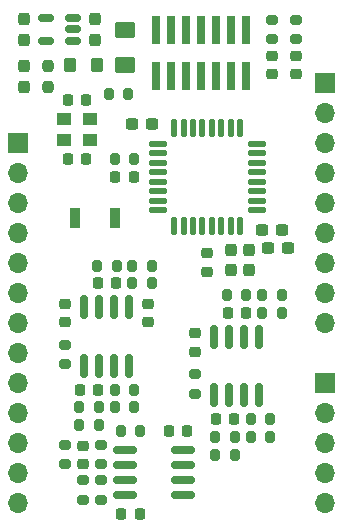
<source format=gbr>
%TF.GenerationSoftware,KiCad,Pcbnew,(6.0.9)*%
%TF.CreationDate,2023-01-29T17:21:33+01:00*%
%TF.ProjectId,witns_processing_board,7769746e-735f-4707-926f-63657373696e,rev?*%
%TF.SameCoordinates,Original*%
%TF.FileFunction,Soldermask,Top*%
%TF.FilePolarity,Negative*%
%FSLAX46Y46*%
G04 Gerber Fmt 4.6, Leading zero omitted, Abs format (unit mm)*
G04 Created by KiCad (PCBNEW (6.0.9)) date 2023-01-29 17:21:33*
%MOMM*%
%LPD*%
G01*
G04 APERTURE LIST*
G04 Aperture macros list*
%AMRoundRect*
0 Rectangle with rounded corners*
0 $1 Rounding radius*
0 $2 $3 $4 $5 $6 $7 $8 $9 X,Y pos of 4 corners*
0 Add a 4 corners polygon primitive as box body*
4,1,4,$2,$3,$4,$5,$6,$7,$8,$9,$2,$3,0*
0 Add four circle primitives for the rounded corners*
1,1,$1+$1,$2,$3*
1,1,$1+$1,$4,$5*
1,1,$1+$1,$6,$7*
1,1,$1+$1,$8,$9*
0 Add four rect primitives between the rounded corners*
20,1,$1+$1,$2,$3,$4,$5,0*
20,1,$1+$1,$4,$5,$6,$7,0*
20,1,$1+$1,$6,$7,$8,$9,0*
20,1,$1+$1,$8,$9,$2,$3,0*%
G04 Aperture macros list end*
%ADD10RoundRect,0.200000X0.200000X0.275000X-0.200000X0.275000X-0.200000X-0.275000X0.200000X-0.275000X0*%
%ADD11RoundRect,0.150000X-0.825000X-0.150000X0.825000X-0.150000X0.825000X0.150000X-0.825000X0.150000X0*%
%ADD12RoundRect,0.200000X0.275000X-0.200000X0.275000X0.200000X-0.275000X0.200000X-0.275000X-0.200000X0*%
%ADD13RoundRect,0.218750X-0.256250X0.218750X-0.256250X-0.218750X0.256250X-0.218750X0.256250X0.218750X0*%
%ADD14RoundRect,0.200000X-0.275000X0.200000X-0.275000X-0.200000X0.275000X-0.200000X0.275000X0.200000X0*%
%ADD15RoundRect,0.125000X-0.625000X-0.125000X0.625000X-0.125000X0.625000X0.125000X-0.625000X0.125000X0*%
%ADD16RoundRect,0.125000X-0.125000X-0.625000X0.125000X-0.625000X0.125000X0.625000X-0.125000X0.625000X0*%
%ADD17RoundRect,0.150000X0.150000X-0.825000X0.150000X0.825000X-0.150000X0.825000X-0.150000X-0.825000X0*%
%ADD18RoundRect,0.225000X0.225000X0.250000X-0.225000X0.250000X-0.225000X-0.250000X0.225000X-0.250000X0*%
%ADD19RoundRect,0.237500X0.237500X-0.300000X0.237500X0.300000X-0.237500X0.300000X-0.237500X-0.300000X0*%
%ADD20RoundRect,0.225000X-0.225000X-0.250000X0.225000X-0.250000X0.225000X0.250000X-0.225000X0.250000X0*%
%ADD21RoundRect,0.237500X-0.237500X0.300000X-0.237500X-0.300000X0.237500X-0.300000X0.237500X0.300000X0*%
%ADD22RoundRect,0.237500X0.300000X0.237500X-0.300000X0.237500X-0.300000X-0.237500X0.300000X-0.237500X0*%
%ADD23RoundRect,0.225000X0.250000X-0.225000X0.250000X0.225000X-0.250000X0.225000X-0.250000X-0.225000X0*%
%ADD24RoundRect,0.150000X0.512500X0.150000X-0.512500X0.150000X-0.512500X-0.150000X0.512500X-0.150000X0*%
%ADD25R,0.900000X1.700000*%
%ADD26R,0.740000X2.400000*%
%ADD27RoundRect,0.200000X-0.200000X-0.275000X0.200000X-0.275000X0.200000X0.275000X-0.200000X0.275000X0*%
%ADD28RoundRect,0.237500X0.237500X-0.287500X0.237500X0.287500X-0.237500X0.287500X-0.237500X-0.287500X0*%
%ADD29R,1.300000X1.000000*%
%ADD30RoundRect,0.237500X0.237500X-0.250000X0.237500X0.250000X-0.237500X0.250000X-0.237500X-0.250000X0*%
%ADD31RoundRect,0.250000X0.275000X0.350000X-0.275000X0.350000X-0.275000X-0.350000X0.275000X-0.350000X0*%
%ADD32RoundRect,0.237500X-0.300000X-0.237500X0.300000X-0.237500X0.300000X0.237500X-0.300000X0.237500X0*%
%ADD33RoundRect,0.250001X-0.624999X0.462499X-0.624999X-0.462499X0.624999X-0.462499X0.624999X0.462499X0*%
%ADD34R,1.700000X1.700000*%
%ADD35O,1.700000X1.700000*%
G04 APERTURE END LIST*
D10*
%TO.C,R310*%
X59325000Y-118000000D03*
X57675000Y-118000000D03*
%TD*%
D11*
%TO.C,U303*%
X46025000Y-131095000D03*
X46025000Y-132365000D03*
X46025000Y-133635000D03*
X46025000Y-134905000D03*
X50975000Y-134905000D03*
X50975000Y-133635000D03*
X50975000Y-132365000D03*
X50975000Y-131095000D03*
%TD*%
D12*
%TO.C,R319*%
X44000000Y-135325000D03*
X44000000Y-133675000D03*
%TD*%
D13*
%TO.C,D202*%
X58500000Y-97712500D03*
X58500000Y-99287500D03*
%TD*%
D14*
%TO.C,R317*%
X41000000Y-130675000D03*
X41000000Y-132325000D03*
%TD*%
D15*
%TO.C,U201*%
X48825000Y-105200000D03*
X48825000Y-106000000D03*
X48825000Y-106800000D03*
X48825000Y-107600000D03*
X48825000Y-108400000D03*
X48825000Y-109200000D03*
X48825000Y-110000000D03*
X48825000Y-110800000D03*
D16*
X50200000Y-112175000D03*
X51000000Y-112175000D03*
X51800000Y-112175000D03*
X52600000Y-112175000D03*
X53400000Y-112175000D03*
X54200000Y-112175000D03*
X55000000Y-112175000D03*
X55800000Y-112175000D03*
D15*
X57175000Y-110800000D03*
X57175000Y-110000000D03*
X57175000Y-109200000D03*
X57175000Y-108400000D03*
X57175000Y-107600000D03*
X57175000Y-106800000D03*
X57175000Y-106000000D03*
X57175000Y-105200000D03*
D16*
X55800000Y-103825000D03*
X55000000Y-103825000D03*
X54200000Y-103825000D03*
X53400000Y-103825000D03*
X52600000Y-103825000D03*
X51800000Y-103825000D03*
X51000000Y-103825000D03*
X50200000Y-103825000D03*
%TD*%
D17*
%TO.C,U302*%
X53595000Y-126475000D03*
X54865000Y-126475000D03*
X56135000Y-126475000D03*
X57405000Y-126475000D03*
X57405000Y-121525000D03*
X56135000Y-121525000D03*
X54865000Y-121525000D03*
X53595000Y-121525000D03*
%TD*%
D10*
%TO.C,R316*%
X55325000Y-130000000D03*
X53675000Y-130000000D03*
%TD*%
%TO.C,R313*%
X59325000Y-119500000D03*
X57675000Y-119500000D03*
%TD*%
D12*
%TO.C,R318*%
X42500000Y-135325000D03*
X42500000Y-133675000D03*
%TD*%
D18*
%TO.C,C306*%
X56275000Y-119500000D03*
X54725000Y-119500000D03*
%TD*%
D10*
%TO.C,R307*%
X45325000Y-115500000D03*
X43675000Y-115500000D03*
%TD*%
D18*
%TO.C,C203*%
X42775000Y-106500000D03*
X41225000Y-106500000D03*
%TD*%
D12*
%TO.C,R301*%
X41000000Y-123825000D03*
X41000000Y-122175000D03*
%TD*%
D13*
%TO.C,L201*%
X53000000Y-114462500D03*
X53000000Y-116037500D03*
%TD*%
D12*
%TO.C,R320*%
X44000000Y-132325000D03*
X44000000Y-130675000D03*
%TD*%
D18*
%TO.C,C301*%
X45275000Y-117000000D03*
X43725000Y-117000000D03*
%TD*%
D10*
%TO.C,R308*%
X43825000Y-127500000D03*
X42175000Y-127500000D03*
%TD*%
D19*
%TO.C,C401*%
X43500000Y-96362500D03*
X43500000Y-94637500D03*
%TD*%
D10*
%TO.C,R312*%
X58325000Y-130000000D03*
X56675000Y-130000000D03*
%TD*%
D18*
%TO.C,C307*%
X55275000Y-128500000D03*
X53725000Y-128500000D03*
%TD*%
D20*
%TO.C,C202*%
X41225000Y-101500000D03*
X42775000Y-101500000D03*
%TD*%
D18*
%TO.C,C303*%
X43775000Y-126000000D03*
X42225000Y-126000000D03*
%TD*%
D12*
%TO.C,R309*%
X52000000Y-126325000D03*
X52000000Y-124675000D03*
%TD*%
D19*
%TO.C,C402*%
X37500000Y-96362500D03*
X37500000Y-94637500D03*
%TD*%
D21*
%TO.C,C207*%
X56500000Y-114137500D03*
X56500000Y-115862500D03*
%TD*%
D12*
%TO.C,R202*%
X58500000Y-96325000D03*
X58500000Y-94675000D03*
%TD*%
D22*
%TO.C,C206*%
X59362500Y-112500000D03*
X57637500Y-112500000D03*
%TD*%
D17*
%TO.C,U301*%
X42595000Y-123975000D03*
X43865000Y-123975000D03*
X45135000Y-123975000D03*
X46405000Y-123975000D03*
X46405000Y-119025000D03*
X45135000Y-119025000D03*
X43865000Y-119025000D03*
X42595000Y-119025000D03*
%TD*%
D23*
%TO.C,C302*%
X48000000Y-120275000D03*
X48000000Y-118725000D03*
%TD*%
D20*
%TO.C,C308*%
X49725000Y-129500000D03*
X51275000Y-129500000D03*
%TD*%
D23*
%TO.C,C310*%
X42500000Y-132275000D03*
X42500000Y-130725000D03*
%TD*%
D10*
%TO.C,R304*%
X46825000Y-127500000D03*
X45175000Y-127500000D03*
%TD*%
D20*
%TO.C,C309*%
X45725000Y-136500000D03*
X47275000Y-136500000D03*
%TD*%
D24*
%TO.C,U401*%
X41637500Y-96450000D03*
X41637500Y-95500000D03*
X41637500Y-94550000D03*
X39362500Y-94550000D03*
X39362500Y-96450000D03*
%TD*%
D13*
%TO.C,D201*%
X60500000Y-97712500D03*
X60500000Y-99287500D03*
%TD*%
D12*
%TO.C,R201*%
X60500000Y-96325000D03*
X60500000Y-94675000D03*
%TD*%
D10*
%TO.C,R314*%
X58325000Y-128500000D03*
X56675000Y-128500000D03*
%TD*%
D23*
%TO.C,C304*%
X52000000Y-122775000D03*
X52000000Y-121225000D03*
%TD*%
D10*
%TO.C,R315*%
X56325000Y-118000000D03*
X54675000Y-118000000D03*
%TD*%
D25*
%TO.C,SW201*%
X41800000Y-111500000D03*
X45200000Y-111500000D03*
%TD*%
D26*
%TO.C,J201*%
X56310000Y-95550000D03*
X56310000Y-99450000D03*
X55040000Y-95550000D03*
X55040000Y-99450000D03*
X53770000Y-95550000D03*
X53770000Y-99450000D03*
X52500000Y-95550000D03*
X52500000Y-99450000D03*
X51230000Y-95550000D03*
X51230000Y-99450000D03*
X49960000Y-95550000D03*
X49960000Y-99450000D03*
X48690000Y-95550000D03*
X48690000Y-99450000D03*
%TD*%
D27*
%TO.C,R311*%
X53675000Y-131500000D03*
X55325000Y-131500000D03*
%TD*%
D28*
%TO.C,D401*%
X37500000Y-100375000D03*
X37500000Y-98625000D03*
%TD*%
D29*
%TO.C,Y201*%
X40900000Y-104900000D03*
X43100000Y-104900000D03*
X43100000Y-103100000D03*
X40900000Y-103100000D03*
%TD*%
D27*
%TO.C,R203*%
X45175000Y-106500000D03*
X46825000Y-106500000D03*
%TD*%
D10*
%TO.C,R204*%
X46325000Y-101000000D03*
X44675000Y-101000000D03*
%TD*%
D23*
%TO.C,C305*%
X41000000Y-120275000D03*
X41000000Y-118725000D03*
%TD*%
D27*
%TO.C,R303*%
X42175000Y-129000000D03*
X43825000Y-129000000D03*
%TD*%
%TO.C,R321*%
X45675000Y-129500000D03*
X47325000Y-129500000D03*
%TD*%
D30*
%TO.C,R401*%
X39500000Y-100412500D03*
X39500000Y-98587500D03*
%TD*%
D21*
%TO.C,C208*%
X55000000Y-114137500D03*
X55000000Y-115862500D03*
%TD*%
D31*
%TO.C,FB401*%
X43650000Y-98500000D03*
X41350000Y-98500000D03*
%TD*%
D10*
%TO.C,R302*%
X48325000Y-115500000D03*
X46675000Y-115500000D03*
%TD*%
D32*
%TO.C,C205*%
X46637500Y-103500000D03*
X48362500Y-103500000D03*
%TD*%
D10*
%TO.C,R306*%
X46825000Y-126000000D03*
X45175000Y-126000000D03*
%TD*%
D18*
%TO.C,C201*%
X46775000Y-108000000D03*
X45225000Y-108000000D03*
%TD*%
D22*
%TO.C,C204*%
X59862500Y-114000000D03*
X58137500Y-114000000D03*
%TD*%
D10*
%TO.C,R305*%
X48325000Y-117000000D03*
X46675000Y-117000000D03*
%TD*%
D33*
%TO.C,F401*%
X46000000Y-95512500D03*
X46000000Y-98487500D03*
%TD*%
D34*
%TO.C,J103*%
X63000000Y-100000000D03*
D35*
X63000000Y-102540000D03*
X63000000Y-105080000D03*
X63000000Y-107620000D03*
X63000000Y-110160000D03*
X63000000Y-112700000D03*
X63000000Y-115240000D03*
X63000000Y-117780000D03*
X63000000Y-120320000D03*
%TD*%
D34*
%TO.C,J102*%
X63000000Y-125400000D03*
D35*
X63000000Y-127940000D03*
X63000000Y-130480000D03*
X63000000Y-133020000D03*
X63000000Y-135560000D03*
%TD*%
D34*
%TO.C,J101*%
X37000000Y-105080000D03*
D35*
X37000000Y-107620000D03*
X37000000Y-110160000D03*
X37000000Y-112700000D03*
X37000000Y-115240000D03*
X37000000Y-117780000D03*
X37000000Y-120320000D03*
X37000000Y-122860000D03*
X37000000Y-125400000D03*
X37000000Y-127940000D03*
X37000000Y-130480000D03*
X37000000Y-133020000D03*
X37000000Y-135560000D03*
%TD*%
M02*

</source>
